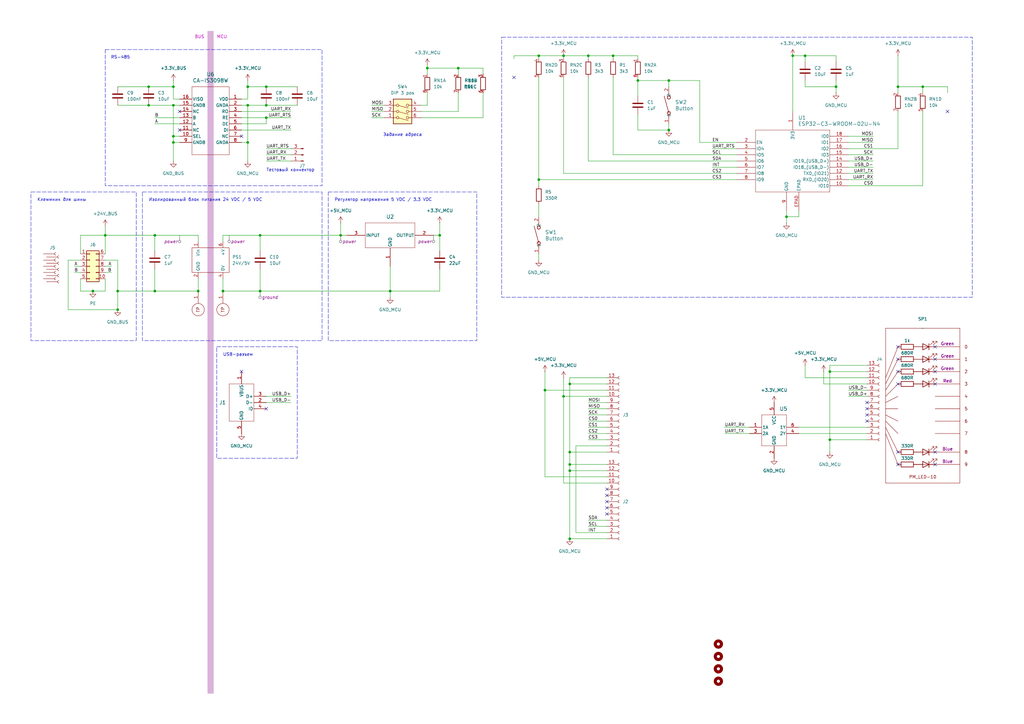
<source format=kicad_sch>
(kicad_sch (version 20250114) (generator "eeschema") (generator_version "9.0")
  (paper "A3")
  (title_block (title "${article} v${version}"))
  (rectangle (start 12.7 78.74) (end 55.88 139.7) (stroke (width 0) (type dash)))
  (rectangle (start 88.9 142.24) (end 121.92 187.96) (stroke (width 0) (type dash)))
  (rectangle (start 205.74 15.24) (end 398.78 121.92) (stroke (width 0) (type dash)))
  (rectangle (start 134.62 78.74) (end 195.58 139.7) (stroke (width 0) (type dash)))
  (rectangle (start 43.18 20.32) (end 132.08 76.2) (stroke (width 0) (type dash)))
  (rectangle (start 58.42 78.74) (end 132.08 139.7) (stroke (width 0) (type dash)))
  (rectangle (start 85.09 12.7) (end 87.63 284.48) (stroke (width -0.0001) (type dot) (color 72 0 0 0.68)) (fill (type color) (color 132 0 132 0.3)))
  (text "USB-разъем" (at 91.44 144.78 0) (effects (font (size 1.27 1.27)) (justify left top)))
  (text "Задание адреса" (at 165.1 55.372 0) (effects (font (size 1.27 1.27))))
  (text "RS-485" (at 53.34 22.86 0) (effects (font (size 1.27 1.27)) (justify right top)))
  (text "Регулятор напряжения 5 VDC / 3.3 VDC" (at 137.16 81.28 0) (effects (font (size 1.27 1.27)) (justify left top)))
  (text "Изолированный блок питания 24 VDC / 5 VDC" (at 60.96 81.28 0) (effects (font (size 1.27 1.27)) (justify left top)))
  (text "Тестовый коннектор" (at 129.032 69.088 0) (effects (font (size 1.27 1.27)) (justify right top)))
  (text "MCU" (at 88.9 15.24 0) (effects (font (size 1.27 1.27)) (justify left)))
  (text "BUS" (at 83.82 15.24 0) (effects (font (size 1.27 1.27)) (justify right)))
  (text "Клеммник для шины" (at 15.24 81.28 0) (effects (font (size 1.27 1.27)) (justify left top)))
  (junction (at 342.9 35.56))
  (junction (at 322.58 88.9))
  (junction (at 231.14 22.86))
  (junction (at 233.68 157.48))
  (junction (at 106.68 96.52))
  (junction (at 340.36 152.4))
  (junction (at 368.3 35.56))
  (junction (at 109.22 43.18))
  (junction (at 233.68 190.5))
  (junction (at 378.46 35.56))
  (junction (at 60.96 43.18))
  (junction (at 274.32 33.02))
  (junction (at 261.62 33.02))
  (junction (at 187.96 27.94))
  (junction (at 330.2 22.86))
  (junction (at 160.02 119.38))
  (junction (at 220.98 73.66))
  (junction (at 101.6 43.18))
  (junction (at 251.46 22.86))
  (junction (at 81.28 119.38))
  (junction (at 109.22 48.26))
  (junction (at 233.68 220.98))
  (junction (at 106.68 119.38))
  (junction (at 71.12 55.88))
  (junction (at 71.12 43.18))
  (junction (at 60.96 35.56))
  (junction (at 101.6 35.56))
  (junction (at 91.44 119.38))
  (junction (at 231.14 162.56))
  (junction (at 71.12 35.56))
  (junction (at 223.52 160.02))
  (junction (at 43.18 96.52))
  (junction (at 175.26 27.94))
  (junction (at 340.36 180.34))
  (junction (at 48.26 119.38))
  (junction (at 274.32 53.34))
  (junction (at 233.68 193.04))
  (junction (at 139.7 96.52))
  (junction (at 241.3 22.86))
  (junction (at 325.12 22.86))
  (junction (at 63.5 119.38))
  (junction (at 63.5 96.52))
  (junction (at 233.68 185.42))
  (junction (at 220.98 22.86))
  (junction (at 71.12 58.42))
  (junction (at 38.1 119.38))
  (junction (at 48.26 127))
  (junction (at 109.22 35.56))
  (junction (at 180.34 96.52))
  (junction (at 101.6 58.42))
  (no_connect (at 368.3 190.5))
  (no_connect (at 248.92 208.28))
  (no_connect (at 368.3 147.32))
  (no_connect (at 388.62 45.72))
  (no_connect (at 368.3 152.4))
  (no_connect (at 368.3 157.48))
  (no_connect (at 248.92 203.2))
  (no_connect (at 248.92 210.82))
  (no_connect (at 383.54 147.32))
  (no_connect (at 383.54 185.42))
  (no_connect (at 383.54 152.4))
  (no_connect (at 383.54 157.48))
  (no_connect (at 368.3 142.24))
  (no_connect (at 99.06 152.4))
  (no_connect (at 368.3 185.42))
  (no_connect (at 383.54 142.24))
  (no_connect (at 355.6 170.18))
  (no_connect (at 383.54 190.5))
  (no_connect (at 355.6 167.64))
  (no_connect (at 210.82 31.75))
  (no_connect (at 73.66 45.72))
  (no_connect (at 355.6 172.72))
  (no_connect (at 99.06 55.88))
  (no_connect (at 248.92 205.74))
  (no_connect (at 73.66 53.34))
  (no_connect (at 248.92 200.66))
  (no_connect (at 355.6 165.1))
  (no_connect (at 109.22 167.64))
  (wire (pts (xy 231.14 162.56) (xy 248.92 162.56)))
  (wire (pts (xy 337.82 152.4) (xy 337.82 157.48)))
  (wire (pts (xy 340.36 152.4) (xy 355.6 152.4)))
  (wire (pts (xy 43.18 96.52) (xy 63.5 96.52)))
  (wire (pts (xy 43.18 119.38) (xy 43.18 114.3)))
  (wire (pts (xy 33.02 114.3) (xy 33.02 119.38)))
  (wire (pts (xy 322.58 88.9) (xy 322.58 91.44)))
  (wire (pts (xy 388.62 35.56) (xy 388.62 38.1)))
  (wire (pts (xy 43.18 111.76) (xy 45.72 111.76)))
  (wire (pts (xy 327.66 86.36) (xy 327.66 88.9)))
  (wire (pts (xy 261.62 22.86) (xy 261.62 24.13)))
  (wire (pts (xy 152.4 48.26) (xy 157.48 48.26)))
  (wire (pts (xy 101.6 43.18) (xy 109.22 43.18)))
  (wire (pts (xy 223.52 160.02) (xy 223.52 195.58)))
  (wire (pts (xy 241.3 172.72) (xy 248.92 172.72)))
  (wire (pts (xy 198.12 27.94) (xy 187.96 27.94)))
  (wire (pts (xy 160.02 119.38) (xy 160.02 109.22)))
  (wire (pts (xy 48.26 119.38) (xy 63.5 119.38)))
  (wire (pts (xy 109.22 48.26) (xy 119.38 48.26)))
  (wire (pts (xy 251.46 31.75) (xy 251.46 63.5)))
  (wire (pts (xy 106.68 96.52) (xy 139.7 96.52)))
  (wire (pts (xy 172.72 43.18) (xy 175.26 43.18)))
  (wire (pts (xy 71.12 40.64) (xy 71.12 35.56)))
  (wire (pts (xy 274.32 33.02) (xy 274.32 35.56)))
  (wire (pts (xy 327.66 177.8) (xy 355.6 177.8)))
  (wire (pts (xy 368.3 35.56) (xy 368.3 38.1)))
  (wire (pts (xy 261.62 33.02) (xy 261.62 39.37)))
  (wire (pts (xy 261.62 53.34) (xy 274.32 53.34)))
  (wire (pts (xy 347.98 76.2) (xy 378.46 76.2)))
  (wire (pts (xy 99.06 45.72) (xy 119.38 45.72)))
  (wire (pts (xy 330.2 33.02) (xy 330.2 35.56)))
  (wire (pts (xy 347.98 160.02) (xy 355.6 160.02)))
  (wire (pts (xy 347.98 71.12) (xy 358.14 71.12)))
  (wire (pts (xy 233.68 185.42) (xy 233.68 190.5)))
  (wire (pts (xy 327.66 175.26) (xy 355.6 175.26)))
  (wire (pts (xy 368.3 45.72) (xy 368.3 60.96)))
  (wire (pts (xy 330.2 149.86) (xy 330.2 154.94)))
  (wire (pts (xy 241.3 31.75) (xy 241.3 66.04)))
  (wire (pts (xy 231.14 198.12) (xy 248.92 198.12)))
  (wire (pts (xy 101.6 40.64) (xy 99.06 40.64)))
  (wire (pts (xy 63.5 110.49) (xy 63.5 119.38)))
  (wire (pts (xy 340.36 149.86) (xy 340.36 152.4)))
  (wire (pts (xy 109.22 60.96) (xy 119.38 60.96)))
  (wire (pts (xy 73.66 43.18) (xy 71.12 43.18)))
  (wire (pts (xy 187.96 27.94) (xy 175.26 27.94)))
  (wire (pts (xy 109.22 63.5) (xy 119.38 63.5)))
  (wire (pts (xy 241.3 170.18) (xy 248.92 170.18)))
  (wire (pts (xy 99.06 53.34) (xy 119.38 53.34)))
  (wire (pts (xy 63.5 102.87) (xy 63.5 96.52)))
  (wire (pts (xy 106.68 110.49) (xy 106.68 119.38)))
  (wire (pts (xy 220.98 83.82) (xy 220.98 88.9)))
  (wire (pts (xy 81.28 114.3) (xy 81.28 119.38)))
  (wire (pts (xy 109.22 66.04) (xy 119.38 66.04)))
  (wire (pts (xy 220.98 22.86) (xy 231.14 22.86)))
  (wire (pts (xy 210.82 24.13) (xy 210.82 22.86)))
  (wire (pts (xy 91.44 119.38) (xy 106.68 119.38)))
  (wire (pts (xy 101.6 35.56) (xy 109.22 35.56)))
  (wire (pts (xy 261.62 31.75) (xy 261.62 33.02)))
  (wire (pts (xy 248.92 185.42) (xy 233.68 185.42)))
  (wire (pts (xy 30.48 109.22) (xy 33.02 109.22)))
  (wire (pts (xy 48.26 35.56) (xy 60.96 35.56)))
  (wire (pts (xy 220.98 24.13) (xy 220.98 22.86)))
  (wire (pts (xy 251.46 63.5) (xy 302.26 63.5)))
  (wire (pts (xy 109.22 165.1) (xy 119.38 165.1)))
  (wire (pts (xy 71.12 40.64) (xy 73.66 40.64)))
  (wire (pts (xy 241.3 175.26) (xy 248.92 175.26)))
  (wire (pts (xy 231.14 22.86) (xy 241.3 22.86)))
  (wire (pts (xy 109.22 162.56) (xy 119.38 162.56)))
  (wire (pts (xy 91.44 99.06) (xy 91.44 96.52)))
  (wire (pts (xy 325.12 22.86) (xy 325.12 45.72)))
  (wire (pts (xy 160.02 121.92) (xy 160.02 119.38)))
  (wire (pts (xy 330.2 35.56) (xy 342.9 35.56)))
  (wire (pts (xy 101.6 33.02) (xy 101.6 35.56)))
  (wire (pts (xy 274.32 33.02) (xy 287.02 33.02)))
  (wire (pts (xy 63.5 50.8) (xy 73.66 50.8)))
  (wire (pts (xy 220.98 104.14) (xy 220.98 106.68)))
  (wire (pts (xy 220.98 73.66) (xy 220.98 31.75)))
  (wire (pts (xy 233.68 193.04) (xy 248.92 193.04)))
  (wire (pts (xy 223.52 152.4) (xy 223.52 160.02)))
  (wire (pts (xy 231.14 31.75) (xy 231.14 71.12)))
  (wire (pts (xy 71.12 58.42) (xy 73.66 58.42)))
  (wire (pts (xy 48.26 106.68) (xy 48.26 119.38)))
  (wire (pts (xy 109.22 43.18) (xy 121.92 43.18)))
  (wire (pts (xy 27.94 106.68) (xy 27.94 127)))
  (wire (pts (xy 180.34 96.52) (xy 180.34 102.87)))
  (wire (pts (xy 63.5 119.38) (xy 81.28 119.38)))
  (wire (pts (xy 33.02 119.38) (xy 38.1 119.38)))
  (wire (pts (xy 99.06 50.8) (xy 109.22 50.8)))
  (wire (pts (xy 322.58 86.36) (xy 322.58 88.9)))
  (wire (pts (xy 325.12 22.86) (xy 330.2 22.86)))
  (wire (pts (xy 342.9 22.86) (xy 342.9 25.4)))
  (wire (pts (xy 91.44 96.52) (xy 106.68 96.52)))
  (wire (pts (xy 106.68 119.38) (xy 160.02 119.38)))
  (wire (pts (xy 355.6 180.34) (xy 340.36 180.34)))
  (wire (pts (xy 48.26 43.18) (xy 60.96 43.18)))
  (wire (pts (xy 223.52 160.02) (xy 248.92 160.02)))
  (wire (pts (xy 180.34 119.38) (xy 160.02 119.38)))
  (wire (pts (xy 101.6 43.18) (xy 101.6 58.42)))
  (wire (pts (xy 43.18 104.14) (xy 43.18 96.52)))
  (wire (pts (xy 99.06 43.18) (xy 101.6 43.18)))
  (wire (pts (xy 43.18 92.71) (xy 43.18 96.52)))
  (wire (pts (xy 198.12 48.26) (xy 198.12 38.1)))
  (wire (pts (xy 347.98 55.88) (xy 358.14 55.88)))
  (wire (pts (xy 330.2 22.86) (xy 342.9 22.86)))
  (wire (pts (xy 220.98 73.66) (xy 220.98 76.2)))
  (wire (pts (xy 274.32 50.8) (xy 274.32 53.34)))
  (wire (pts (xy 71.12 55.88) (xy 71.12 58.42)))
  (wire (pts (xy 241.3 180.34) (xy 248.92 180.34)))
  (wire (pts (xy 378.46 35.56) (xy 388.62 35.56)))
  (wire (pts (xy 175.26 38.1) (xy 175.26 43.18)))
  (wire (pts (xy 342.9 35.56) (xy 342.9 38.1)))
  (wire (pts (xy 322.58 88.9) (xy 327.66 88.9)))
  (wire (pts (xy 330.2 154.94) (xy 355.6 154.94)))
  (wire (pts (xy 33.02 104.14) (xy 33.02 96.52)))
  (wire (pts (xy 287.02 33.02) (xy 287.02 58.42)))
  (wire (pts (xy 101.6 58.42) (xy 99.06 58.42)))
  (wire (pts (xy 71.12 43.18) (xy 71.12 55.88)))
  (wire (pts (xy 180.34 96.52) (xy 180.34 91.44)))
  (wire (pts (xy 241.3 66.04) (xy 302.26 66.04)))
  (wire (pts (xy 347.98 63.5) (xy 358.14 63.5)))
  (wire (pts (xy 231.14 71.12) (xy 302.26 71.12)))
  (wire (pts (xy 251.46 22.86) (xy 261.62 22.86)))
  (wire (pts (xy 241.3 22.86) (xy 241.3 24.13)))
  (wire (pts (xy 152.4 43.18) (xy 157.48 43.18)))
  (wire (pts (xy 233.68 190.5) (xy 233.68 193.04)))
  (wire (pts (xy 101.6 58.42) (xy 101.6 66.04)))
  (wire (pts (xy 241.3 177.8) (xy 248.92 177.8)))
  (wire (pts (xy 63.5 48.26) (xy 73.66 48.26)))
  (wire (pts (xy 233.68 154.94) (xy 233.68 157.48)))
  (wire (pts (xy 236.22 182.88) (xy 236.22 218.44)))
  (wire (pts (xy 60.96 35.56) (xy 71.12 35.56)))
  (wire (pts (xy 297.18 175.26) (xy 307.34 175.26)))
  (wire (pts (xy 233.68 193.04) (xy 233.68 220.98)))
  (wire (pts (xy 33.02 106.68) (xy 27.94 106.68)))
  (wire (pts (xy 368.3 35.56) (xy 378.46 35.56)))
  (wire (pts (xy 251.46 22.86) (xy 251.46 24.13)))
  (wire (pts (xy 236.22 218.44) (xy 248.92 218.44)))
  (wire (pts (xy 231.14 162.56) (xy 231.14 198.12)))
  (wire (pts (xy 152.4 45.72) (xy 157.48 45.72)))
  (wire (pts (xy 347.98 73.66) (xy 358.14 73.66)))
  (wire (pts (xy 106.68 102.87) (xy 106.68 96.52)))
  (wire (pts (xy 368.3 22.86) (xy 368.3 35.56)))
  (wire (pts (xy 175.26 26.67) (xy 175.26 27.94)))
  (wire (pts (xy 180.34 110.49) (xy 180.34 119.38)))
  (wire (pts (xy 139.7 96.52) (xy 142.24 96.52)))
  (wire (pts (xy 231.14 154.94) (xy 231.14 162.56)))
  (wire (pts (xy 241.3 213.36) (xy 248.92 213.36)))
  (wire (pts (xy 261.62 33.02) (xy 274.32 33.02)))
  (wire (pts (xy 33.02 96.52) (xy 43.18 96.52)))
  (wire (pts (xy 337.82 157.48) (xy 355.6 157.48)))
  (wire (pts (xy 248.92 157.48) (xy 233.68 157.48)))
  (wire (pts (xy 231.14 22.86) (xy 231.14 24.13)))
  (wire (pts (xy 43.18 106.68) (xy 48.26 106.68)))
  (wire (pts (xy 99.06 48.26) (xy 109.22 48.26)))
  (wire (pts (xy 233.68 190.5) (xy 248.92 190.5)))
  (wire (pts (xy 248.92 154.94) (xy 233.68 154.94)))
  (wire (pts (xy 233.68 157.48) (xy 233.68 185.42)))
  (wire (pts (xy 248.92 182.88) (xy 236.22 182.88)))
  (wire (pts (xy 38.1 119.38) (xy 43.18 119.38)))
  (wire (pts (xy 340.36 152.4) (xy 340.36 180.34)))
  (wire (pts (xy 175.26 27.94) (xy 175.26 30.48)))
  (wire (pts (xy 340.36 180.34) (xy 340.36 185.42)))
  (wire (pts (xy 101.6 35.56) (xy 101.6 40.64)))
  (wire (pts (xy 347.98 60.96) (xy 368.3 60.96)))
  (wire (pts (xy 347.98 66.04) (xy 358.14 66.04)))
  (wire (pts (xy 210.82 22.86) (xy 220.98 22.86)))
  (wire (pts (xy 172.72 48.26) (xy 198.12 48.26)))
  (wire (pts (xy 91.44 114.3) (xy 91.44 119.38)))
  (wire (pts (xy 187.96 27.94) (xy 187.96 30.48)))
  (wire (pts (xy 81.28 99.06) (xy 81.28 96.52)))
  (wire (pts (xy 63.5 96.52) (xy 81.28 96.52)))
  (wire (pts (xy 378.46 38.1) (xy 378.46 35.56)))
  (wire (pts (xy 297.18 177.8) (xy 307.34 177.8)))
  (wire (pts (xy 241.3 167.64) (xy 248.92 167.64)))
  (wire (pts (xy 241.3 165.1) (xy 248.92 165.1)))
  (wire (pts (xy 43.18 109.22) (xy 45.72 109.22)))
  (wire (pts (xy 347.98 162.56) (xy 355.6 162.56)))
  (wire (pts (xy 177.8 96.52) (xy 180.34 96.52)))
  (wire (pts (xy 71.12 33.02) (xy 71.12 35.56)))
  (wire (pts (xy 347.98 68.58) (xy 358.14 68.58)))
  (wire (pts (xy 27.94 127) (xy 48.26 127)))
  (wire (pts (xy 340.36 149.86) (xy 355.6 149.86)))
  (wire (pts (xy 330.2 25.4) (xy 330.2 22.86)))
  (wire (pts (xy 241.3 22.86) (xy 251.46 22.86)))
  (wire (pts (xy 233.68 220.98) (xy 248.92 220.98)))
  (wire (pts (xy 139.7 91.44) (xy 139.7 96.52)))
  (wire (pts (xy 198.12 30.48) (xy 198.12 27.94)))
  (wire (pts (xy 378.46 45.72) (xy 378.46 76.2)))
  (wire (pts (xy 172.72 45.72) (xy 187.96 45.72)))
  (wire (pts (xy 292.1 60.96) (xy 302.26 60.96)))
  (wire (pts (xy 347.98 58.42) (xy 358.14 58.42)))
  (wire (pts (xy 261.62 46.99) (xy 261.62 53.34)))
  (wire (pts (xy 109.22 48.26) (xy 109.22 50.8)))
  (wire (pts (xy 187.96 45.72) (xy 187.96 38.1)))
  (wire (pts (xy 109.22 35.56) (xy 121.92 35.56)))
  (wire (pts (xy 60.96 43.18) (xy 71.12 43.18)))
  (wire (pts (xy 30.48 111.76) (xy 33.02 111.76)))
  (wire (pts (xy 223.52 195.58) (xy 248.92 195.58)))
  (wire (pts (xy 241.3 215.9) (xy 248.92 215.9)))
  (wire (pts (xy 287.02 58.42) (xy 302.26 58.42)))
  (wire (pts (xy 48.26 119.38) (xy 48.26 127)))
  (wire (pts (xy 71.12 55.88) (xy 73.66 55.88)))
  (wire (pts (xy 220.98 73.66) (xy 302.26 73.66)))
  (wire (pts (xy 292.1 68.58) (xy 302.26 68.58)))
  (wire (pts (xy 342.9 33.02) (xy 342.9 35.56)))
  (wire (pts (xy 71.12 58.42) (xy 71.12 66.04)))
  (label "SDA" (at 241.3 213.36 0))
  (label "UART_TX" (at 109.22 66.04 0))
  (label "USB_D+" (at 119.38 162.56 180))
  (label "CS2" (at 292.1 71.12 0))
  (label "USB_D-" (at 119.38 165.1 180))
  (label "A" (at 45.72 109.22 180))
  (label "CS0" (at 358.14 76.2 180))
  (label "CS1" (at 358.14 60.96 180))
  (label "SCK" (at 152.4 48.26 0))
  (label "CS1" (at 241.3 175.26 0))
  (label "CS2" (at 241.3 177.8 0))
  (label "MISO" (at 152.4 45.72 0))
  (label "SCK" (at 358.14 63.5 180))
  (label "MOSI" (at 241.3 165.1 0))
  (label "B" (at 63.5 48.26 0))
  (label "SCL" (at 241.3 215.9 0))
  (label "CS0" (at 241.3 172.72 0))
  (label "A" (at 63.5 50.8 0))
  (label "UART_RTS" (at 119.38 48.26 180))
  (label "SCK" (at 241.3 170.18 0))
  (label "UART_RTS" (at 109.22 60.96 0))
  (label "USB_D+" (at 347.98 162.56 0))
  (label "UART_TX" (at 119.38 53.34 180))
  (label "UART_RX" (at 119.38 45.72 180))
  (label "INT" (at 241.3 218.44 0))
  (label "A" (at 30.48 109.22 0))
  (label "USB_D-" (at 358.14 68.58 180))
  (label "SCL" (at 292.1 63.5 0))
  (label "USB_D+" (at 358.14 66.04 180))
  (label "MISO" (at 241.3 167.64 0))
  (label "CS3" (at 241.3 180.34 0))
  (label "MISO" (at 358.14 58.42 180))
  (label "SDA" (at 292.1 66.04 0))
  (label "UART_TX" (at 297.18 177.8 0))
  (label "UART_RX" (at 358.14 73.66 180))
  (label "CS3" (at 292.1 73.66 0))
  (label "EN" (at 292.1 58.42 0))
  (label "B" (at 30.48 111.76 0))
  (label "MOSI" (at 152.4 43.18 0))
  (label "UART_RX" (at 297.18 175.26 0))
  (label "MOSI" (at 358.14 55.88 180))
  (label "B" (at 45.72 111.76 180))
  (label "UART_TX" (at 358.14 71.12 180))
  (label "INT" (at 292.1 68.58 0))
  (label "USB_D-" (at 347.98 160.02 0))
  (label "UART_RX" (at 109.22 63.5 0))
  (label "UART_RTS" (at 292.1 60.96 0))
  (netclass_flag "" (length 2.54) (shape round) (at 177.8 96.52 180) (property "Netclass" "power" (at 177.1015 99.06 0) (effects (font (italic yes)) (justify right))))
  (netclass_flag "" (length 2.54) (shape round) (at 73.66 96.52 180) (property "Netclass" "power" (at 72.9615 99.06 0) (effects (font (italic yes)) (justify right))))
  (netclass_flag "" (length 2.54) (shape round) (at 93.98 96.52 180) (property "Netclass" "power" (at 94.6785 99.06 0) (effects (font (italic yes)) (justify left))))
  (netclass_flag "" (length 2.54) (shape round) (at 106.68 119.38 180) (property "Netclass" "ground" (at 107.3785 121.92 0) (effects (font (italic yes)) (justify left))))
  (netclass_flag "" (length 2.54) (shape round) (at 139.7 96.52 180) (property "Netclass" "power" (at 140.3985 99.06 0) (effects (font (italic yes)) (justify left))))
  (symbol (lib_id "kicad_inventree_lib:DA-03BLP") (at 165.1 45.72 0) (mirror x) (unit 1)
    (property "Reference" "SW4" (at 165.1 35.56 0))
    (property "Value" "DIP 3 pos" (at 165.1 38.1 0))
    (property "Footprint" "kicad_inventree_lib:DA03BLP" (effects (hide yes)))
    (property "Datasheet" "http://inventree.network/part/175/" (effects (hide yes)))
    (property "Description" "3 positions SPST 24V Blue 25mA 3000 Times Flat Toggle, Raised Style Plugin DIP Switches" (effects (hide yes)))
    (property "part_ipn" "DA-03BLP" (effects (hide yes)))
  )
  (symbol (lib_id "kicad_inventree_lib: C_1uF_16V_0603_MLCC-X7R ") (at 342.9 29.21 0) (unit 1)
    (property "Reference" "C5" (at 346.71 27.9399 0) (effects (justify left)))
    (property "Value" "1uF" (at 346.71 30.4799 0) (effects (justify left)))
    (property "Footprint" "Capacitor_SMD:C_0603_1608Metric" (effects (hide yes)))
    (property "Datasheet" "http://inventree.network/part/227/" (effects (hide yes)))
    (property "Description" "Unpolarized capacitor" (effects (hide yes)))
    (property "part_ipn" " C_1uF_16V_0603_MLCC-X7R " (effects (hide yes)))
  )
  (symbol (lib_id "kicad_inventree_lib:TS-1088-AR02016") (at 274.32 50.8 90) (unit 1)
    (property "Reference" "SW2" (at 276.86 41.9099 90) (effects (font (size 1.524 1.524)) (justify right)))
    (property "Value" "Button" (at 276.86 44.4499 90) (effects (font (size 1.524 1.524)) (justify right)))
    (property "Footprint" "kicad_inventree_lib:SW_TS-1088_XNP-M" (effects (hide yes)))
    (property "Datasheet" "http://inventree.network/part/139/" (effects (hide yes)))
    (property "part_ipn" "TS-1088-AR02016 " (effects (hide yes)))
  )
  (symbol (lib_id "power:+3.3V") (at 317.5 165.1 0) (unit 1)
    (property "Reference" "#PWR029" (effects (hide yes)))
    (property "Value" "+3.3V_MCU" (at 317.5 160.02 0))
    (property "Description" "Power symbol creates a global label with name \"+3.3V\"" (effects (hide yes)))
  )
  (symbol (lib_id "kicad_inventree_lib:15EDGKNH-3.5-10P") (at 22.86 109.22 0) (unit 1) (on_board no)
    (property "Reference" "J5" (at 20.32 101.6 0) (effects (justify left)))
    (property "Value" "15EDGKNH-3.5-10P" (effects (hide yes)))
    (property "Datasheet" "http://inventree.network/part/257/" (effects (hide yes)))
    (property "Description" "Generic connector, single row, 01x05, script generated" (effects (hide yes)))
    (property "part_ipn" "15EDGKNH-3.5-10P" (effects (hide yes)))
  )
  (symbol (lib_id "kicad_inventree_lib:R_3k3_0603_1%") (at 251.46 27.94 0) (unit 1)
    (property "Reference" "R1" (at 254 26.6699 0) (effects (justify left)))
    (property "Value" "3k3" (at 254 29.2099 0) (effects (justify left)))
    (property "Footprint" "Resistor_SMD:R_0603_1608Metric" (effects (hide yes)))
    (property "Datasheet" "http://inventree.network/part/234/" (effects (hide yes)))
    (property "Description" "Resistor" (effects (hide yes)))
    (property "part_ipn" "R_3k3_0603_1%" (effects (hide yes)))
  )
  (symbol (lib_id "kicad_inventree_lib:PM_LED-10-v0.0.1") (at 378.46 134.62 0) (unit 1) (on_board no)
    (property "Reference" "SP1" (at 378.46 130.81 0))
    (property "Value" "~" (at 378.46 134.62 0))
    (property "Footprint" "kicad_inventree_lib:PM_LED-xx-v0.0.1" (effects (hide yes)))
    (property "part_ipn" "PM_LED-10-v0.0.1" (effects (hide yes)))
  )
  (symbol (lib_id "kicad_inventree_lib:R_10k_0603x4_1%") (at 198.12 34.29 180) (unit 3)
    (property "Reference" "RN1" (at 195.58 35.5601 0) (effects (justify left)))
    (property "Value" "10k" (at 195.58 33.0201 0) (effects (justify left)))
    (property "Footprint" "Resistor_SMD:R_Array_Convex_4x0603" (effects (hide yes)))
    (property "Datasheet" "http://inventree.network/part/233/" (effects (hide yes)))
    (property "Description" "4 resistor network, parallel topology, split" (effects (hide yes)))
    (property "part_ipn" "R_10k_0603x4_1%" (effects (hide yes)))
  )
  (symbol (lib_id "power:+3.3V") (at 175.26 26.67 0) (unit 1)
    (property "Reference" "#PWR012" (effects (hide yes)))
    (property "Value" "+3.3V_MCU" (at 175.26 21.59 0))
    (property "Description" "Power symbol creates a global label with name \"+3.3V\"" (effects (hide yes)))
  )
  (symbol (lib_id "kicad_inventree_lib:AFA07-S12FCC-00") (at 360.68 170.18 0) (mirror x) (unit 1)
    (property "Reference" "J4" (at 360.68 147.32 0))
    (property "Value" "AFA07-S12FCC-00" (effects (hide yes)))
    (property "Footprint" "kicad_inventree_lib:CONN10_AFA07-S12_JUS" (effects (hide yes)))
    (property "Description" "Generic connector, single row, 01x10, script generated" (effects (hide yes)))
    (property "part_ipn" "AFA07-S12FCC-00" (effects (hide yes)))
  )
  (symbol (lib_id "kicad_inventree_lib:C_22uF_16V_0805_MLCC-X5R") (at 180.34 106.68 0) (unit 1)
    (property "Reference" "C4" (at 184.15 105.4099 0) (effects (justify left)))
    (property "Value" "22uF" (at 184.15 107.9499 0) (effects (justify left)))
    (property "Footprint" "Capacitor_SMD:C_0805_2012Metric" (effects (hide yes)))
    (property "Datasheet" "http://inventree.network/part/287/" (effects (hide yes)))
    (property "Description" "Unpolarized capacitor" (effects (hide yes)))
    (property "part_ipn" "C_22uF_16V_0805_MLCC-X5R" (effects (hide yes)))
  )
  (symbol (lib_id "power:GND") (at 342.9 38.1 0) (unit 1)
    (property "Reference" "#PWR010" (effects (hide yes)))
    (property "Value" "GND_MCU" (at 342.9 43.18 0))
    (property "Description" "Power symbol creates a global label with name \"GND\" , ground" (effects (hide yes)))
  )
  (symbol (lib_id "kicad_inventree_lib:XL-1606SYGC") (at 379.73 142.24 180) (unit 1) (on_board no)
    (property "Reference" "D3" (effects (hide yes)))
    (property "Value" "XL-1606SYGC" (effects (hide yes)))
    (property "Footprint" "kicad_inventree_lib:XL-1606" (effects (hide yes)))
    (property "Datasheet" "http://inventree.network/part/278/" (effects (hide yes)))
    (property "Description" "Green" (at 388.62 140.97 0))
    (property "part_ipn" "XL-1606SYGC" (effects (hide yes)))
  )
  (symbol (lib_id "power:GND") (at 38.1 119.38 0) (mirror y) (unit 1)
    (property "Reference" "#PWR017" (effects (hide yes)))
    (property "Value" "PE" (at 38.1 124.46 0))
    (property "Description" "Power symbol creates a global label with name \"GND\" , ground" (effects (hide yes)))
  )
  (symbol (lib_id "power:+5V") (at 223.52 152.4 0) (unit 1)
    (property "Reference" "#PWR03" (effects (hide yes)))
    (property "Value" "+5V_MCU" (at 223.52 147.32 0))
    (property "Description" "Power symbol creates a global label with name \"+5V\"" (effects (hide yes)))
  )
  (symbol (lib_id "kicad_inventree_lib:B2405LS-1WR3") (at 86.36 101.6 0) (unit 1)
    (property "Reference" "PS1" (at 95.25 105.4099 0) (effects (justify left)))
    (property "Value" "24V/5V" (at 95.25 107.9499 0) (effects (justify left)))
    (property "Footprint" "kicad_inventree_lib:B2405LS-1WR3" (effects (hide yes)))
    (property "Datasheet" "http://inventree.network/part/220/" (effects (hide yes)))
    (property "part_ipn" "B2405LS-1WR3" (effects (hide yes)))
  )
  (symbol (lib_id "kicad_inventree_lib:R_10k_0603x4_1%") (at 368.3 41.91 180) (unit 2)
    (property "Reference" "RN2" (at 370.84 40.6399 0) (effects (justify right)))
    (property "Value" "10k" (at 370.84 43.1799 0) (effects (justify right)))
    (property "Footprint" "Resistor_SMD:R_Array_Convex_4x0603" (effects (hide yes)))
    (property "Datasheet" "http://inventree.network/part/233/" (effects (hide yes)))
    (property "Description" "4 resistor network, parallel topology, split" (effects (hide yes)))
    (property "part_ipn" "R_10k_0603x4_1%" (effects (hide yes)))
  )
  (symbol (lib_id "power:GND") (at 101.6 66.04 0) (mirror y) (unit 1)
    (property "Reference" "#PWR027" (effects (hide yes)))
    (property "Value" "GND_MCU" (at 101.6 71.12 0))
    (property "Description" "Power symbol creates a global label with name \"GND\" , ground" (effects (hide yes)))
  )
  (symbol (lib_id "power:+5V") (at 330.2 149.86 0) (unit 1)
    (property "Reference" "#PWR18" (effects (hide yes)))
    (property "Value" "+5V_MCU" (at 330.2 144.78 0))
    (property "Description" "Power symbol creates a global label with name \"+5V\"" (effects (hide yes)))
  )
  (symbol (lib_id "kicad_inventree_lib:XL-1606SURC") (at 379.73 157.48 180) (unit 1) (on_board no)
    (property "Reference" "D6" (effects (hide yes)))
    (property "Value" "XL-1606SURC" (effects (hide yes)))
    (property "Footprint" "kicad_inventree_lib:XL-1606" (effects (hide yes)))
    (property "Datasheet" "http://inventree.network/part/279/" (effects (hide yes)))
    (property "Description" "Red" (at 388.62 156.21 0))
    (property "part_ipn" "XL-1606SURC" (effects (hide yes)))
  )
  (symbol (lib_id "kicad_inventree_lib:MountingHole_M2") (at 294.64 274.32 0) (unit 1) (exclude_from_sim yes) (in_bom no)
    (property "Reference" "H3" (effects (hide yes)))
    (property "Value" "MountingHole_M2" (effects (hide yes)))
    (property "Footprint" "kicad_inventree_lib:MountingHole_M2" (effects (hide yes)))
    (property "Description" "Mounting Hole without connection" (effects (hide yes)))
  )
  (symbol (lib_id "kicad_inventree_lib:15EDGRHC-THR-3.5-10P") (at 38.1 111.76 0) (unit 1)
    (property "Reference" "J6" (at 38.1 100.33 0))
    (property "Value" "15EDGRHC-THR-3.5-10P" (effects (hide yes)))
    (property "Footprint" "kicad_inventree_lib:15EDGRHC-THR-3.5-10P" (effects (hide yes)))
    (property "Datasheet" "http://inventree.network/part/232/" (effects (hide yes)))
    (property "Description" "Generic connector, double row, 02x05, odd/even pin numbering scheme (row 1 odd numbers, row 2 even numbers), script generated (kicad-library-utils/schlib/autogen/connector/)" (effects (hide yes)))
    (property "part_ipn" "15EDGRHC-THR-3.5-10P" (effects (hide yes)))
  )
  (symbol (lib_id "kicad_inventree_lib:MountingHole_M2") (at 294.64 279.4 0) (unit 1) (exclude_from_sim yes) (in_bom no)
    (property "Reference" "H4" (effects (hide yes)))
    (property "Value" "MountingHole_M2" (effects (hide yes)))
    (property "Footprint" "kicad_inventree_lib:MountingHole_M2" (effects (hide yes)))
    (property "Description" "Mounting Hole without connection" (effects (hide yes)))
  )
  (symbol (lib_id "kicad_inventree_lib:TS-1088-AR02016") (at 220.98 104.14 90) (unit 1)
    (property "Reference" "SW1" (at 223.52 95.2499 90) (effects (font (size 1.524 1.524)) (justify right)))
    (property "Value" "Button" (at 223.52 97.7899 90) (effects (font (size 1.524 1.524)) (justify right)))
    (property "Footprint" "kicad_inventree_lib:SW_TS-1088_XNP-M" (effects (hide yes)))
    (property "Datasheet" "http://inventree.network/part/139/" (effects (hide yes)))
    (property "part_ipn" "TS-1088-AR02016 " (effects (hide yes)))
  )
  (symbol (lib_id "power:GND") (at 274.32 53.34 0) (unit 1)
    (property "Reference" "#PWR09" (effects (hide yes)))
    (property "Value" "GND_MCU" (at 274.32 58.42 0))
    (property "Description" "Power symbol creates a global label with name \"GND\" , ground" (effects (hide yes)))
  )
  (symbol (lib_id "kicad_inventree_lib:XL-1606UBC") (at 379.73 185.42 180) (unit 1) (on_board no)
    (property "Reference" "D4" (effects (hide yes)))
    (property "Value" "XL-1606UBC" (effects (hide yes)))
    (property "Footprint" "kicad_inventree_lib:XL-1606" (effects (hide yes)))
    (property "Datasheet" "http://inventree.network/part/277/" (effects (hide yes)))
    (property "Description" "Blue" (at 388.62 184.15 0))
    (property "part_ipn" "XL-1606UBC" (effects (hide yes)))
  )
  (symbol (lib_id "kicad_inventree_lib:C_10uF_16V_0805_MLCC-X5R") (at 121.92 39.37 0) (unit 1)
    (property "Reference" "C6" (at 125.73 38.0999 0) (effects (justify left)))
    (property "Value" "10uF" (at 125.73 40.6399 0) (effects (justify left)))
    (property "Footprint" "Capacitor_SMD:C_0805_2012Metric" (effects (hide yes)))
    (property "Datasheet" "http://inventree.network/part/261/" (effects (hide yes)))
    (property "Description" "Unpolarized capacitor" (effects (hide yes)))
    (property "part_ipn" "C_10uF_16V_0805_MLCC-X5R" (effects (hide yes)))
  )
  (symbol (lib_id "power:+3.3V") (at 231.14 154.94 0) (unit 1)
    (property "Reference" "#PWR04" (effects (hide yes)))
    (property "Value" "+3.3V_MCU" (at 231.14 149.86 0))
    (property "Description" "Power symbol creates a global label with name \"+3.3V\"" (effects (hide yes)))
  )
  (symbol (lib_id "kicad_inventree_lib:R_10k_0603x4_1%") (at 231.14 27.94 180) (unit 3)
    (property "Reference" "RN2" (at 233.68 26.6699 0) (effects (justify right)))
    (property "Value" "10k" (at 233.68 29.2099 0) (effects (justify right)))
    (property "Footprint" "Resistor_SMD:R_Array_Convex_4x0603" (effects (hide yes)))
    (property "Datasheet" "http://inventree.network/part/233/" (effects (hide yes)))
    (property "Description" "4 resistor network, parallel topology, split" (effects (hide yes)))
    (property "part_ipn" "R_10k_0603x4_1%" (effects (hide yes)))
  )
  (symbol (lib_id "kicad_inventree_lib:XKG_U254-051T-4BH83-S1S") (at 99.06 157.48 0) (mirror y) (unit 1)
    (property "Reference" "J1" (at 92.71 165.0999 0) (effects (font (size 1.524 1.524)) (justify left)))
    (property "Value" "U254-051T-4BH83-S1S" (effects (hide yes)))
    (property "Footprint" "kicad_inventree_lib:CONN5_H83-S1S_XKB" (effects (hide yes)))
    (property "Datasheet" "http://inventree.network/part/136/" (effects (hide yes)))
    (property "part_ipn" "U254-051T-4BH83-S1S " (effects (hide yes)))
  )
  (symbol (lib_id "kicad_inventree_lib:CA-IS3098W") (at 86.36 35.56 0) (mirror y) (unit 1)
    (property "Reference" "U6" (at 86.36 30.48 0) (effects (font (size 1.524 1.524))))
    (property "Value" "CA-IS3098W" (at 86.36 33.02 0) (effects (font (size 1.524 1.524))))
    (property "Footprint" "kicad_inventree_lib:SOIC16-WBW_CLG" (effects (hide yes)))
    (property "Datasheet" "http://inventree.network/part/218/" (effects (hide yes)))
    (property "part_ipn" "CA-IS3098W" (effects (hide yes)))
  )
  (symbol (lib_id "kicad_inventree_lib:C_1uF_50V_0603_MLCC-X7R") (at 63.5 106.68 0) (unit 1)
    (property "Reference" "C7" (at 67.31 105.4099 0) (effects (justify left)))
    (property "Value" "1uF" (at 67.31 107.9499 0) (effects (justify left)))
    (property "Footprint" "Capacitor_SMD:C_0603_1608Metric" (effects (hide yes)))
    (property "Description" "Unpolarized capacitor" (effects (hide yes)))
    (property "part_ipn" "C_1uF_50V_0603_MLCC-X7R" (effects (hide yes)))
  )
  (symbol (lib_id "kicad_inventree_lib:C_10uF_16V_0805_MLCC-X5R") (at 106.68 106.68 0) (unit 1)
    (property "Reference" "C10" (at 110.49 105.4099 0) (effects (justify left)))
    (property "Value" "10uF" (at 110.49 107.9499 0) (effects (justify left)))
    (property "Footprint" "Capacitor_SMD:C_0805_2012Metric" (effects (hide yes)))
    (property "Datasheet" "http://inventree.network/part/261/" (effects (hide yes)))
    (property "Description" "Unpolarized capacitor" (effects (hide yes)))
    (property "part_ipn" "C_10uF_16V_0805_MLCC-X5R" (effects (hide yes)))
  )
  (symbol (lib_id "kicad_inventree_lib:SN74LVC2G14DBVR") (at 317.5 170.18 0) (unit 1)
    (property "Reference" "U5" (at 319.6941 167.64 0) (effects (font (size 1.524 1.524)) (justify left)))
    (property "Value" "SN74LVC2G14DBVR" (effects (hide yes)))
    (property "Footprint" "kicad_inventree_lib:DBV6-M" (effects (hide yes)))
    (property "Datasheet" "http://inventree.network/part/216/" (effects (hide yes)))
    (property "part_ipn" "SN74LVC2G14DBVR" (effects (hide yes)))
  )
  (symbol (lib_id "power:+3.3V") (at 325.12 22.86 0) (unit 1)
    (property "Reference" "#PWR014" (effects (hide yes)))
    (property "Value" "+3.3V_MCU" (at 325.12 17.78 0))
    (property "Description" "Power symbol creates a global label with name \"+3.3V\"" (effects (hide yes)))
  )
  (symbol (lib_id "power:GND") (at 160.02 121.92 0) (mirror y) (unit 1)
    (property "Reference" "#PWR05" (effects (hide yes)))
    (property "Value" "GND_MCU" (at 160.02 127 0))
    (property "Description" "Power symbol creates a global label with name \"GND\" , ground" (effects (hide yes)))
  )
  (symbol (lib_id "kicad_inventree_lib:XL-1606SYGC") (at 379.73 152.4 180) (unit 1) (on_board no)
    (property "Reference" "D5" (effects (hide yes)))
    (property "Value" "XL-1606SYGC" (effects (hide yes)))
    (property "Footprint" "kicad_inventree_lib:XL-1606" (effects (hide yes)))
    (property "Datasheet" "http://inventree.network/part/278/" (effects (hide yes)))
    (property "Description" "Green" (at 388.62 151.13 0))
    (property "part_ipn" "XL-1606SYGC" (effects (hide yes)))
  )
  (symbol (lib_id "kicad_inventree_lib:R_680R_0603_1%") (at 372.11 147.32 90) (unit 1) (on_board no)
    (property "Reference" "R4" (effects (hide yes)))
    (property "Value" "680R" (at 372.11 144.78 90))
    (property "Footprint" "Resistor_SMD:R_0603_1608Metric" (effects (hide yes)))
    (property "Datasheet" "http://inventree.network/part/281/" (effects (hide yes)))
    (property "Description" "Resistor" (effects (hide yes)))
    (property "part_ipn" "R_680R_0603_1%" (effects (hide yes)))
  )
  (symbol (lib_id "kicad_inventree_lib:MountingHole_M2") (at 294.64 269.24 0) (unit 1) (exclude_from_sim yes) (in_bom no)
    (property "Reference" "H2" (effects (hide yes)))
    (property "Value" "MountingHole_M2" (effects (hide yes)))
    (property "Footprint" "kicad_inventree_lib:MountingHole_M2" (effects (hide yes)))
    (property "Description" "Mounting Hole without connection" (effects (hide yes)))
  )
  (symbol (lib_id "kicad_inventree_lib:ESP32-C3-WROOM-02U-N4") (at 325.12 53.34 0) (unit 1)
    (property "Reference" "U1" (at 327.3141 48.26 0) (effects (font (size 1.524 1.524)) (justify left)))
    (property "Value" "ESP32-C3-WROOM-02U-N4" (at 327.3141 50.8 0) (effects (font (size 1.524 1.524)) (justify left)))
    (property "Footprint" "kicad_inventree_lib:ESP32-C3-WROOM-02U_EXP" (effects (hide yes)))
    (property "Datasheet" "http://inventree.network/part/132/" (effects (hide yes)))
    (property "part_ipn" "ESP32-C3-WROOM-02U-N4" (effects (hide yes)))
  )
  (symbol (lib_id "kicad_inventree_lib:5117") (at 81.28 119.38 270) (unit 1)
    (property "Reference" "U4" (effects (hide yes)))
    (property "Value" "5117" (effects (hide yes)))
    (property "Footprint" "kicad_inventree_lib:5117" (effects (hide yes)))
    (property "Datasheet" "http://inventree.network/part/282/" (effects (hide yes)))
    (property "Description" "KEYSTONE - 5117 - TEST POINT, PCB, BLUE, THROUGH HOLE" (effects (hide yes)))
    (property "Height" "4.57" (effects (hide yes)))
    (property "part_ipn" "Keystone_5117" (effects (hide yes)))
  )
  (symbol (lib_id "power:+3.3V") (at 71.12 33.02 0) (mirror y) (unit 1)
    (property "Reference" "#PWR015" (effects (hide yes)))
    (property "Value" "+3.3V_BUS" (at 71.12 27.94 0))
    (property "Description" "Power symbol creates a global label with name \"+3.3V\"" (effects (hide yes)))
  )
  (symbol (lib_id "power:GND") (at 71.12 66.04 0) (mirror y) (unit 1)
    (property "Reference" "#PWR031" (effects (hide yes)))
    (property "Value" "GND_BUS" (at 71.12 71.12 0))
    (property "Description" "Power symbol creates a global label with name \"GND\" , ground" (effects (hide yes)))
  )
  (symbol (lib_id "power:GND") (at 220.98 106.68 0) (unit 1)
    (property "Reference" "#PWR08" (effects (hide yes)))
    (property "Value" "GND_MCU" (at 220.98 111.76 0))
    (property "Description" "Power symbol creates a global label with name \"GND\" , ground" (effects (hide yes)))
  )
  (symbol (lib_id "kicad_inventree_lib:R_330R_0603_1%") (at 220.98 80.01 180) (unit 1)
    (property "Reference" "R5" (at 223.52 78.7399 0) (effects (justify right)))
    (property "Value" "330R" (at 223.52 81.2799 0) (effects (justify right)))
    (property "Footprint" "Resistor_SMD:R_0603_1608Metric" (effects (hide yes)))
    (property "Datasheet" "http://inventree.network/part/235/" (effects (hide yes)))
    (property "Description" "Resistor" (effects (hide yes)))
    (property "part_ipn" "R_330R_0603_1%" (effects (hide yes)))
  )
  (symbol (lib_id "kicad_inventree_lib:C_10uF_16V_0805_MLCC-X5R") (at 330.2 29.21 0) (unit 1)
    (property "Reference" "C2" (at 334.01 27.9399 0) (effects (justify left)))
    (property "Value" "10uF" (at 334.01 30.4799 0) (effects (justify left)))
    (property "Footprint" "Capacitor_SMD:C_0805_2012Metric" (effects (hide yes)))
    (property "Datasheet" "http://inventree.network/part/261/" (effects (hide yes)))
    (property "Description" "Unpolarized capacitor" (effects (hide yes)))
    (property "part_ipn" "C_10uF_16V_0805_MLCC-X5R" (effects (hide yes)))
  )
  (symbol (lib_id "power:+5V") (at 43.18 92.71 0) (mirror y) (unit 1)
    (property "Reference" "#PWR024" (effects (hide yes)))
    (property "Value" "+24V_BUS" (at 43.18 87.63 0))
    (property "Description" "Power symbol creates a global label with name \"+5V\"" (effects (hide yes)))
  )
  (symbol (lib_id "kicad_inventree_lib:C_100nF_16V_0603_MLCC-X7R") (at 48.26 39.37 0) (unit 1)
    (property "Reference" "C9" (at 52.07 38.0999 0) (effects (justify left)))
    (property "Value" "100nF" (at 52.07 40.6399 0) (effects (justify left)))
    (property "Footprint" "Capacitor_SMD:C_0603_1608Metric" (effects (hide yes)))
    (property "Datasheet" "http://inventree.network/part/221" (effects (hide yes)))
    (property "Description" "Unpolarized capacitor" (effects (hide yes)))
    (property "part_ipn" "C_100nF_16V_0603_MLCC-X7R" (effects (hide yes)))
  )
  (symbol (lib_id "kicad_inventree_lib:5117") (at 91.44 119.38 270) (unit 1)
    (property "Reference" "U3" (effects (hide yes)))
    (property "Value" "5117" (effects (hide yes)))
    (property "Footprint" "kicad_inventree_lib:5117" (effects (hide yes)))
    (property "Datasheet" "http://inventree.network/part/282/" (effects (hide yes)))
    (property "Description" "KEYSTONE - 5117 - TEST POINT, PCB, BLUE, THROUGH HOLE" (effects (hide yes)))
    (property "Height" "4.57" (effects (hide yes)))
    (property "part_ipn" "Keystone_5117" (effects (hide yes)))
  )
  (symbol (lib_id "power:GND") (at 322.58 91.44 0) (unit 1)
    (property "Reference" "#PWR07" (effects (hide yes)))
    (property "Value" "GND_MCU" (at 322.58 96.52 0))
    (property "Description" "Power symbol creates a global label with name \"GND\" , ground" (effects (hide yes)))
  )
  (symbol (lib_id "kicad_inventree_lib:R_10k_0603x4_1%") (at 261.62 27.94 180) (unit 1)
    (property "Reference" "RN2" (at 264.16 26.6699 0) (effects (justify right)))
    (property "Value" "10k" (at 264.16 29.2099 0) (effects (justify right)))
    (property "Footprint" "Resistor_SMD:R_Array_Convex_4x0603" (effects (hide yes)))
    (property "Datasheet" "http://inventree.network/part/233/" (effects (hide yes)))
    (property "Description" "4 resistor network, parallel topology, split" (effects (hide yes)))
    (property "part_ipn" "R_10k_0603x4_1%" (effects (hide yes)))
  )
  (symbol (lib_id "kicad_inventree_lib:R_10k_0603x4_1%") (at 175.26 34.29 180) (unit 1)
    (property "Reference" "RN1" (at 177.8 33.0199 0) (effects (justify right)))
    (property "Value" "10k" (at 177.8 35.5599 0) (effects (justify right)))
    (property "Footprint" "Resistor_SMD:R_Array_Convex_4x0603" (effects (hide yes)))
    (property "Datasheet" "http://inventree.network/part/233/" (effects (hide yes)))
    (property "Description" "4 resistor network, parallel topology, split" (effects (hide yes)))
    (property "part_ipn" "R_10k_0603x4_1%" (effects (hide yes)))
  )
  (symbol (lib_id "power:GND") (at 340.36 185.42 0) (unit 1)
    (property "Reference" "#PWR011" (effects (hide yes)))
    (property "Value" "GND_MCU" (at 340.36 190.5 0))
    (property "Description" "Power symbol creates a global label with name \"GND\" , ground" (effects (hide yes)))
  )
  (symbol (lib_id "power:+3.3V") (at 180.34 91.44 0) (unit 1)
    (property "Reference" "#PWR06" (effects (hide yes)))
    (property "Value" "+3.3V_MCU" (at 180.34 86.36 0))
    (property "Description" "Power symbol creates a global label with name \"+3.3V\"" (effects (hide yes)))
  )
  (symbol (lib_id "kicad_inventree_lib:XL-1606UBC") (at 379.73 190.5 180) (unit 1) (on_board no)
    (property "Reference" "D2" (effects (hide yes)))
    (property "Value" "XL-1606UBC" (effects (hide yes)))
    (property "Footprint" "kicad_inventree_lib:XL-1606" (effects (hide yes)))
    (property "Datasheet" "http://inventree.network/part/277/" (effects (hide yes)))
    (property "Description" "Blue" (at 388.62 189.23 0))
    (property "part_ipn" "XL-1606UBC" (effects (hide yes)))
  )
  (symbol (lib_id "kicad_inventree_lib:C_10uF_16V_0805_MLCC-X5R") (at 60.96 39.37 0) (unit 1)
    (property "Reference" "C3" (at 64.77 38.0999 0) (effects (justify left)))
    (property "Value" "10uF" (at 64.77 40.6399 0) (effects (justify left)))
    (property "Footprint" "Capacitor_SMD:C_0805_2012Metric" (effects (hide yes)))
    (property "Datasheet" "http://inventree.network/part/261/" (effects (hide yes)))
    (property "Description" "Unpolarized capacitor" (effects (hide yes)))
    (property "part_ipn" "C_10uF_16V_0805_MLCC-X5R" (effects (hide yes)))
  )
  (symbol (lib_id "power:+5V") (at 139.7 91.44 0) (mirror y) (unit 1)
    (property "Reference" "#PWR019" (effects (hide yes)))
    (property "Value" "+5V_MCU" (at 139.7 86.36 0))
    (property "Description" "Power symbol creates a global label with name \"+5V\"" (effects (hide yes)))
  )
  (symbol (lib_id "power:GND") (at 99.06 177.8 0) (mirror y) (unit 1)
    (property "Reference" "#PWR028" (effects (hide yes)))
    (property "Value" "GND_MCU" (at 99.06 182.88 0))
    (property "Description" "Power symbol creates a global label with name \"GND\" , ground" (effects (hide yes)))
  )
  (symbol (lib_id "kicad_inventree_lib:R_3k3_0603_1%") (at 241.3 27.94 0) (unit 1)
    (property "Reference" "R3" (at 243.84 26.6699 0) (effects (justify left)))
    (property "Value" "3k3" (at 243.84 29.2099 0) (effects (justify left)))
    (property "Footprint" "Resistor_SMD:R_0603_1608Metric" (effects (hide yes)))
    (property "Datasheet" "http://inventree.network/part/234/" (effects (hide yes)))
    (property "Description" "Resistor" (effects (hide yes)))
    (property "part_ipn" "R_3k3_0603_1%" (effects (hide yes)))
  )
  (symbol (lib_id "kicad_inventree_lib:R_680R_0603_1%") (at 372.11 157.48 90) (unit 1) (on_board no)
    (property "Reference" "R9" (effects (hide yes)))
    (property "Value" "680R" (at 372.11 154.94 90))
    (property "Footprint" "Resistor_SMD:R_0603_1608Metric" (effects (hide yes)))
    (property "Datasheet" "http://inventree.network/part/281/" (effects (hide yes)))
    (property "Description" "Resistor" (effects (hide yes)))
    (property "part_ipn" "R_680R_0603_1%" (effects (hide yes)))
  )
  (symbol (lib_id "kicad_inventree_lib:AFA07-S12FCC-00") (at 254 210.82 0) (mirror x) (unit 1)
    (property "Reference" "J2" (at 256.54 205.74 0))
    (property "Value" "AFA07-S12FCC-00" (effects (hide yes)))
    (property "Footprint" "kicad_inventree_lib:CONN10_AFA07-S12_JUS" (effects (hide yes)))
    (property "Description" "Generic connector, single row, 01x10, script generated" (effects (hide yes)))
    (property "part_ipn" "AFA07-S12FCC-00" (effects (hide yes)))
  )
  (symbol (lib_id "kicad_inventree_lib:R_680R_0603_1%") (at 372.11 152.4 90) (unit 1) (on_board no)
    (property "Reference" "R8" (effects (hide yes)))
    (property "Value" "680R" (at 372.11 149.86 90))
    (property "Footprint" "Resistor_SMD:R_0603_1608Metric" (effects (hide yes)))
    (property "Datasheet" "http://inventree.network/part/281/" (effects (hide yes)))
    (property "Description" "Resistor" (effects (hide yes)))
    (property "part_ipn" "R_680R_0603_1%" (effects (hide yes)))
  )
  (symbol (lib_id "kicad_inventree_lib:R_330R_0603_1%") (at 372.11 185.42 90) (unit 1) (on_board no)
    (property "Reference" "R7" (effects (hide yes)))
    (property "Value" "330R" (at 372.11 182.88 90))
    (property "Footprint" "Resistor_SMD:R_0603_1608Metric" (effects (hide yes)))
    (property "Datasheet" "http://inventree.network/part/235/" (effects (hide yes)))
    (property "Description" "Resistor" (effects (hide yes)))
    (property "part_ipn" "R_330R_0603_1%" (effects (hide yes)))
  )
  (symbol (lib_id "kicad_inventree_lib:AFA07-S12FCC-00") (at 254 175.26 0) (mirror x) (unit 1)
    (property "Reference" "J3" (at 256.54 170.18 0))
    (property "Value" "AFA07-S12FCC-00" (effects (hide yes)))
    (property "Footprint" "kicad_inventree_lib:CONN10_AFA07-S12_JUS" (effects (hide yes)))
    (property "Description" "Generic connector, single row, 01x10, script generated" (effects (hide yes)))
    (property "part_ipn" "AFA07-S12FCC-00" (effects (hide yes)))
  )
  (symbol (lib_id "power:+3.3V") (at 101.6 33.02 0) (mirror y) (unit 1)
    (property "Reference" "#PWR025" (effects (hide yes)))
    (property "Value" "+3.3V_MCU" (at 101.6 27.94 0))
    (property "Description" "Power symbol creates a global label with name \"+3.3V\"" (effects (hide yes)))
  )
  (symbol (lib_id "kicad_inventree_lib:C_100nF_16V_0603_MLCC-X7R") (at 109.22 39.37 0) (unit 1)
    (property "Reference" "C8" (at 113.03 38.0999 0) (effects (justify left)))
    (property "Value" "100nF" (at 113.03 40.6399 0) (effects (justify left)))
    (property "Footprint" "Capacitor_SMD:C_0603_1608Metric" (effects (hide yes)))
    (property "Datasheet" "http://inventree.network/part/221" (effects (hide yes)))
    (property "Description" "Unpolarized capacitor" (effects (hide yes)))
    (property "part_ipn" "C_100nF_16V_0603_MLCC-X7R" (effects (hide yes)))
  )
  (symbol (lib_id "kicad_inventree_lib:XL-1606SYGC") (at 379.73 147.32 180) (unit 1) (on_board no)
    (property "Reference" "D1" (effects (hide yes)))
    (property "Value" "XL-1606SYGC" (effects (hide yes)))
    (property "Footprint" "kicad_inventree_lib:XL-1606" (effects (hide yes)))
    (property "Datasheet" "http://inventree.network/part/278/" (effects (hide yes)))
    (property "Description" "Green" (at 388.62 146.05 0))
    (property "part_ipn" "XL-1606SYGC" (effects (hide yes)))
  )
  (symbol (lib_id "kicad_inventree_lib:PinHeader_01x03_P1.00_THT_straight") (at 124.46 66.04 180) (unit 1)
    (property "Reference" "J7" (at 123.952 68.072 0))
    (property "Value" "PinHeader_01x03_P1.00_THT_straight" (effects (hide yes)))
    (property "Footprint" "Connector_PinHeader_1.00mm:PinHeader_1x03_P1.00mm_Vertical" (effects (hide yes)))
    (property "Description" "Generic connector, single row, 01x05, script generated" (effects (hide yes)))
    (property "part_ipn" "PinHeader_01x03_P1.00_THT_straight" (effects (hide yes)))
  )
  (symbol (lib_id "power:+3.3V") (at 337.82 152.4 0) (unit 1)
    (property "Reference" "#PWR20" (effects (hide yes)))
    (property "Value" "+3.3V_MCU" (at 337.82 147.32 0))
    (property "Description" "Power symbol creates a global label with name \"+3.3V\"" (effects (hide yes)))
  )
  (symbol (lib_id "power:GND") (at 233.68 220.98 0) (unit 1)
    (property "Reference" "#PWR1" (effects (hide yes)))
    (property "Value" "GND_MCU" (at 233.68 226.06 0))
    (property "Description" "Power symbol creates a global label with name \"GND\" , ground" (effects (hide yes)))
  )
  (symbol (lib_id "power:+3.3V") (at 231.14 22.86 0) (unit 1)
    (property "Reference" "#PWR016" (effects (hide yes)))
    (property "Value" "+3.3V_MCU" (at 231.14 17.78 0))
    (property "Description" "Power symbol creates a global label with name \"+3.3V\"" (effects (hide yes)))
  )
  (symbol (lib_id "kicad_inventree_lib:R_10k_0603x4_1%") (at 187.96 34.29 180) (unit 2)
    (property "Reference" "RN1" (at 190.5 33.0199 0) (effects (justify right)))
    (property "Value" "10k" (at 190.5 35.5599 0) (effects (justify right)))
    (property "Footprint" "Resistor_SMD:R_Array_Convex_4x0603" (effects (hide yes)))
    (property "Datasheet" "http://inventree.network/part/233/" (effects (hide yes)))
    (property "Description" "4 resistor network, parallel topology, split" (effects (hide yes)))
    (property "part_ipn" "R_10k_0603x4_1%" (effects (hide yes)))
  )
  (symbol (lib_id "kicad_inventree_lib:R_10k_0603x4_1%") (at 378.46 41.91 180) (unit 4)
    (property "Reference" "RN1" (at 381 40.6399 0) (effects (justify right)))
    (property "Value" "10k" (at 381 43.1799 0) (effects (justify right)))
    (property "Footprint" "Resistor_SMD:R_Array_Convex_4x0603" (effects (hide yes)))
    (property "Datasheet" "http://inventree.network/part/233/" (effects (hide yes)))
    (property "Description" "4 resistor network, parallel topology, split" (effects (hide yes)))
    (property "part_ipn" "R_10k_0603x4_1%" (effects (hide yes)))
  )
  (symbol (lib_id "power:GND") (at 48.26 127 0) (mirror y) (unit 1)
    (property "Reference" "#PWR02" (effects (hide yes)))
    (property "Value" "GND_BUS" (at 48.26 132.08 0))
    (property "Description" "Power symbol creates a global label with name \"GND\" , ground" (effects (hide yes)))
  )
  (symbol (lib_id "kicad_inventree_lib:MountingHole_M2") (at 294.64 264.16 0) (unit 1) (exclude_from_sim yes) (in_bom no)
    (property "Reference" "H1" (effects (hide yes)))
    (property "Value" "MountingHole_M2" (effects (hide yes)))
    (property "Footprint" "kicad_inventree_lib:MountingHole_M2" (effects (hide yes)))
    (property "Description" "Mounting Hole without connection" (effects (hide yes)))
  )
  (symbol (lib_id "power:GND") (at 317.5 187.96 0) (unit 1)
    (property "Reference" "#PWR030" (effects (hide yes)))
    (property "Value" "GND_MCU" (at 317.5 193.04 0))
    (property "Description" "Power symbol creates a global label with name \"GND\" , ground" (effects (hide yes)))
  )
  (symbol (lib_id "kicad_inventree_lib:CJA1117B-3.3") (at 160.02 91.44 0) (unit 1)
    (property "Reference" "U2" (at 160.02 88.9 0) (effects (font (size 1.524 1.524))))
    (property "Value" "CJA1117B-3.3" (effects (hide yes)))
    (property "Footprint" "Package_TO_SOT_SMD:SOT-89-3" (effects (hide yes)))
    (property "Datasheet" "http://inventree.network/part/165/" (effects (hide yes)))
    (property "part_ipn" "CJA1117B-3.3" (effects (hide yes)))
  )
  (symbol (lib_id "kicad_inventree_lib:R_10k_0603x4_1%") (at 220.98 27.94 180) (unit 4)
    (property "Reference" "RN2" (at 223.52 26.6699 0) (effects (justify right)))
    (property "Value" "10k" (at 223.52 29.2099 0) (effects (justify right)))
    (property "Footprint" "Resistor_SMD:R_Array_Convex_4x0603" (effects (hide yes)))
    (property "Datasheet" "http://inventree.network/part/233/" (effects (hide yes)))
    (property "Description" "4 resistor network, parallel topology, split" (effects (hide yes)))
    (property "part_ipn" "R_10k_0603x4_1%" (effects (hide yes)))
  )
  (symbol (lib_id "kicad_inventree_lib:R_330R_0603_1%") (at 372.11 190.5 90) (unit 1) (on_board no)
    (property "Reference" "R6" (effects (hide yes)))
    (property "Value" "330R" (at 372.11 187.96 90))
    (property "Footprint" "Resistor_SMD:R_0603_1608Metric" (effects (hide yes)))
    (property "Datasheet" "http://inventree.network/part/235/" (effects (hide yes)))
    (property "Description" "Resistor" (effects (hide yes)))
    (property "part_ipn" "R_330R_0603_1%" (effects (hide yes)))
  )
  (symbol (lib_id "kicad_inventree_lib: C_1uF_16V_0603_MLCC-X7R ") (at 261.62 43.18 0) (unit 1)
    (property "Reference" "C1" (at 265.43 41.9099 0) (effects (justify left)))
    (property "Value" "1uF" (at 265.43 44.4499 0) (effects (justify left)))
    (property "Footprint" "Capacitor_SMD:C_0603_1608Metric" (effects (hide yes)))
    (property "Datasheet" "http://inventree.network/part/227/" (effects (hide yes)))
    (property "Description" "Unpolarized capacitor" (effects (hide yes)))
    (property "part_ipn" " C_1uF_16V_0603_MLCC-X7R " (effects (hide yes)))
  )
  (symbol (lib_id "power:+3.3V") (at 368.3 22.86 0) (unit 1)
    (property "Reference" "#PWR013" (effects (hide yes)))
    (property "Value" "+3.3V_MCU" (at 368.3 17.78 0))
    (property "Description" "Power symbol creates a global label with name \"+3.3V\"" (effects (hide yes)))
  )
  (symbol (lib_id "kicad_inventree_lib:R_1k_0603_1%") (at 372.11 142.24 90) (unit 1) (on_board no)
    (property "Reference" "R2" (effects (hide yes)))
    (property "Value" "1k" (at 372.11 139.7 90))
    (property "Footprint" "Resistor_SMD:R_0603_1608Metric" (effects (hide yes)))
    (property "Datasheet" "http://inventree.network/part/280/" (effects (hide yes)))
    (property "Description" "Resistor" (effects (hide yes)))
    (property "part_ipn" "R_1k_0603_1%" (effects (hide yes)))
  )
)
</source>
